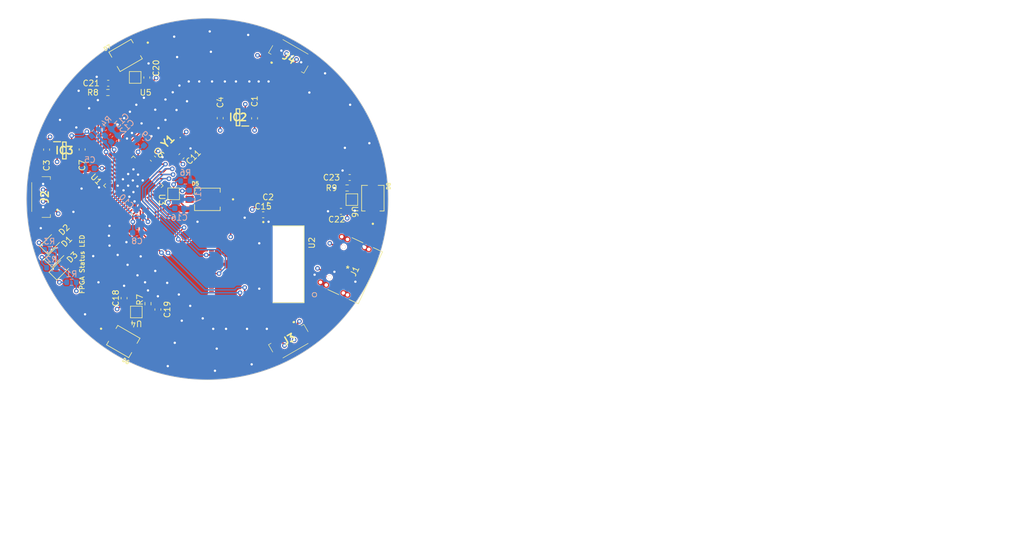
<source format=kicad_pcb>
(kicad_pcb (version 20211014) (generator pcbnew)
  (layers (0 "F.Cu" signal) (1 "In1.Cu" signal) (2 "In2.Cu" signal) (31 "B.Cu" signal) (34 "B.Paste" user) (35 "F.Paste" user) (36 "B.SilkS" user "B.Silkscreen") (37 "F.SilkS" user "F.Silkscreen") (38 "B.Mask" user) (39 "F.Mask" user) (44 "Edge.Cuts" user))
  (net 0 "")
  (net 1 "VCC")
  (net 2 "+3V3")
  (net 3 "+1V2")
  (net 4 "Net-(C12-Pad2)")
  (net 5 "AVSS1")
  (net 6 "unconnected-(D1-Pad1)")
  (net 7 "Net-(D1-Pad2)")
  (net 8 "Net-(D2-Pad1)")
  (net 9 "Net-(D2-Pad2)")
  (net 10 "Net-(D3-Pad1)")
  (net 11 "Net-(D3-Pad2)")
  (net 12 "FLASH_CS")
  (net 13 "FLASH_MISO")
  (net 14 "FLASH_MOSI")
  (net 15 "FLASH_CLK")
  (net 19 "/UART_RX")
  (net 20 "unconnected-(U1-Pad7)")
  (net 22 "/UART_TX")
  (net 23 "/S10_D")
  (net 24 "/S10_E")
  (net 25 "/S9_E")
  (net 26 "/S9_D")
  (net 27 "/S8_E")
  (net 28 "/S8_D")
  (net 29 "/S7_E")
  (net 30 "/S7_D")
  (net 31 "/S1_E")
  (net 32 "/S1_D")
  (net 33 "/S2_E")
  (net 34 "/S2_D")
  (net 35 "/S3_E")
  (net 36 "/S3_D")
  (net 37 "/S4_E")
  (net 38 "/S4_D")
  (net 39 "/S5_E")
  (net 40 "/S5_D")
  (net 41 "/CLK")
  (net 42 "/S6_E")
  (net 43 "/S6_D")
  (net 45 "Net-(C17-Pad1)")
  (net 46 "Net-(D5-PadA)")
  (net 47 "Net-(D5-PadC)")
  (net 48 "Net-(R6-Pad2)")
  (net 53 "Net-(C19-Pad1)")
  (net 54 "Net-(D6-PadA)")
  (net 55 "Net-(D6-PadC)")
  (net 56 "Net-(R7-Pad2)")
  (net 57 "Net-(C21-Pad1)")
  (net 58 "Net-(D7-PadA)")
  (net 59 "Net-(D7-PadC)")
  (net 60 "Net-(R8-Pad2)")
  (net 61 "Net-(C23-Pad1)")
  (net 62 "Net-(D8-PadA)")
  (net 63 "Net-(D8-PadC)")
  (net 64 "Net-(R9-Pad2)")
  (net 65 "unconnected-(U1-Pad6)")
  (net 69 "VBUS")
  (net 71 "/ESP32/USB_D+")
  (net 72 "/ESP32/USB_D-")
  (footprint "Library:USB4105-GF-A" (layer "F.Cu") (at 81.364862 110.046586 65)
    (fp_text reference "J1")
    (fp_text value "USB4105-GF-A")
  )
  (footprint "Library:DIO_BPW_34_S-Z" (layer "F.Cu") (at 42.958623 73.525 30)
    (fp_text reference "D7")
    (fp_text value "BPW_34_S-Z")
  )
  (footprint "LED_SMD:LED_0805_2012Metric_Pad1.15x1.40mm_HandSolder" (layer "F.Cu") (at 30.975216 107.924784 45)
    (fp_text reference "D1")
    (fp_text value "LED")
  )
  (footprint "Capacitor_SMD:C_0603_1608Metric" (layer "F.Cu") (at 47.651992 91.251992 -45)
    (fp_text reference "C6")
    (fp_text value "0.1u")
  )
  (footprint "Library:TS4231 WLCSP9" (layer "F.Cu") (at 81.8 98.3 -90)
    (fp_text reference "U6")
    (fp_text value "TS4231")
  )
  (footprint "Capacitor_SMD:C_0603_1608Metric" (layer "F.Cu") (at 46.6 77.325 90)
    (fp_text reference "C20")
    (fp_text value "100n")
  )
  (footprint "SamacSys_Parts:DSC1001CI50240000" (layer "F.Cu") (at 50.214214 88.270711 -135)
    (fp_text reference "Y1")
    (fp_text value "DSC1001CI5-024.0000" hide)
  )
  (footprint "SamacSys_Parts:123287020" (layer "F.Cu") (at 29.1 97.85 -90)
    (fp_text reference "J2")
    (fp_text value "1-2328702-0" hide)
  )
  (footprint "Package_DFN_QFN:QFN-48-1EP_7x7mm_P0.5mm_EP5.6x5.6mm" (layer "F.Cu") (at 44.3 95.9 135)
    (fp_text reference "U1")
    (fp_text value "ICE40UP5K-SG48ITR")
  )
  (footprint "Library:DIO_BPW_34_S-Z" (layer "F.Cu") (at 57 98.25)
    (fp_text reference "D5")
    (fp_text value "BPW_34_S-Z")
  )
  (footprint "Library:DIO_BPW_34_S-Z" (layer "F.Cu") (at 42.558623 122.675 150)
    (fp_text reference "D6")
    (fp_text value "BPW_34_S-Z")
  )
  (footprint "Capacitor_SMD:C_0603_1608Metric" (layer "F.Cu") (at 48.5 117.175 90)
    (fp_text reference "C19")
    (fp_text value "1u")
  )
  (footprint "Resistor_SMD:R_0603_1608Metric" (layer "F.Cu") (at 39.925 79.9)
    (fp_text reference "R8")
    (fp_text value "15k")
  )
  (footprint "Capacitor_SMD:C_0603_1608Metric" (layer "F.Cu") (at 29.4 89.7 -90)
    (fp_text reference "C3")
    (fp_text value "1u")
  )
  (footprint "SamacSys_Parts:SOT95P280X145-5N" (layer "F.Cu") (at 32.45 89.85)
    (fp_text reference "IC3")
    (fp_text value "TLV70312DBVR" hide)
  )
  (footprint "Capacitor_SMD:C_0603_1608Metric" (layer "F.Cu") (at 65.1 84.325 90)
    (fp_text reference "C1")
    (fp_text value "1u")
  )
  (footprint "Capacitor_SMD:C_0603_1608Metric" (layer "F.Cu") (at 59.2 84.3 90)
    (fp_text reference "C4")
    (fp_text value "1u")
  )
  (footprint "Library:XCVR_ESP32-C3-MINI-1-N4" (layer "F.Cu") (at 65.3 109.4 -90)
    (fp_text reference "U2")
    (fp_text value "ESP32-C3-MINI-1-N4")
  )
  (footprint "Library:DIO_BPW_34_S-Z" (layer "F.Cu") (at 85.4 98.05 -90)
    (fp_text reference "D8")
    (fp_text value "BPW_34_S-Z")
  )
  (footprint "SamacSys_Parts:SOT95P280X145-5N" (layer "F.Cu") (at 62.25 84.15 180)
    (fp_text reference "IC2")
    (fp_text value "TLV70330DBVR" hide)
  )
  (footprint "Resistor_SMD:R_0603_1608Metric" (layer "F.Cu") (at 80.975 96.3)
    (fp_text reference "R9")
    (fp_text value "15k")
  )
  (footprint "Capacitor_SMD:C_0603_1608Metric" (layer "F.Cu") (at 52.551992 90.848008 -135)
    (fp_text reference "C11")
    (fp_text value "0.1u")
  )
  (footprint "Capacitor_SMD:C_0603_1608Metric" (layer "F.Cu") (at 35.5 89.675 -90)
    (fp_text reference "C7")
    (fp_text value "1u")
  )
  (footprint "LED_SMD:LED_0805_2012Metric_Pad1.15x1.40mm_HandSolder" (layer "F.Cu") (at 30.224784 105.675216 45)
    (fp_text reference "D2")
    (fp_text value "LED")
  )
  (footprint "Capacitor_SMD:C_0603_1608Metric" (layer "F.Cu") (at 67.425 99.3)
    (fp_text reference "C2")
    (fp_text value "100n")
  )
  (footprint "Library:TS4231 WLCSP9" (layer "F.Cu") (at 51.2 97.3 -90)
    (fp_text reference "U3")
    (fp_text value "TS4231")
  )
  (footprint "Capacitor_SMD:C_0603_1608Metric" (layer "F.Cu") (at 66.575 100.9)
    (fp_text reference "C15")
    (fp_text value "10u")
  )
  (footprint "LED_SMD:LED_0805_2012Metric_Pad1.15x1.40mm_HandSolder" (layer "F.Cu") (at 31.8 110.124784 45)
    (fp_text reference "D3")
    (fp_text value "LED")
  )
  (footprint "SamacSys_Parts:123287020" (layer "F.Cu") (at 71 122.3 30)
    (fp_text reference "J3")
    (fp_text value "1-2328702-0" hide)
  )
  (footprint "Capacitor_SMD:C_0603_1608Metric" (layer "F.Cu") (at 79.925 100.3 180)
    (fp_text reference "C22")
    (fp_text value "100n")
  )
  (footprint "Resistor_SMD:R_0603_1608Metric" (layer "F.Cu") (at 46.8 116.175 -90)
    (fp_text reference "R7")
    (fp_text value "15k")
  )
  (footprint "Capacitor_SMD:C_0603_1608Metric" (layer "F.Cu") (at 39.975 78.3 180)
    (fp_text reference "C21")
    (fp_text value "1u")
  )
  (footprint "Library:TS4231 WLCSP9" (layer "F.Cu") (at 44.8 117.6 180)
    (fp_text reference "U4")
    (fp_text value "TS4231")
  )
  (footprint "Library:TS4231 WLCSP9" (layer "F.Cu") (at 44.6 77.3)
    (fp_text reference "U5")
    (fp_text value "TS4231")
  )
  (footprint "SamacSys_Parts:123287020" (layer "F.Cu") (at 71 74 150)
    (fp_text reference "J4")
    (fp_text value "1-2328702-0" hide)
  )
  (footprint "Capacitor_SMD:C_0603_1608Metric" (layer "F.Cu") (at 42.7 115.225 90)
    (fp_text reference "C18")
    (fp_text value "100n")
  )
  (footprint "Capacitor_SMD:C_0603_1608Metric" (layer "F.Cu") (at 81.425 94.5 180)
    (fp_text reference "C23")
    (fp_text value "1u")
  )
  (footprint "Resistor_SMD:R_0603_1608Metric" (layer "B.Cu") (at 53.225 95.1 180)
    (fp_text reference "R6")
    (fp_text value "15k")
  )
  (footprint "Resistor_SMD:R_0603_1608Metric" (layer "B.Cu") (at 30.225 110 180)
    (fp_text reference "R2")
    (fp_text value "220")
  )
  (footprint "Capacitor_SMD:C_0603_1608Metric" (layer "B.Cu") (at 36.825 92.9 180)
    (fp_text reference "C5")
    (fp_text value "0.1u")
  )
  (footprint "Capacitor_SMD:C_0603_1608Metric" (layer "B.Cu") (at 41.048008 87.851992 -135)
    (fp_text reference "C12")
    (fp_text value "10u")
  )
  (footprint "Capacitor_SMD:C_0603_1608Metric" (layer "B.Cu") (at 45.351992 100.651992 135)
    (fp_text reference "C10")
    (fp_text value "0.1u")
  )
  (footprint "Capacitor_SMD:C_0603_1608Metric" (layer "B.Cu") (at 44.925 104)
    (fp_text reference "C8")
    (fp_text value "0.1u")
  )
  (footprint "Resistor_SMD:R_0603_1608Metric" (layer "B.Cu") (at 33.675 112.5 180)
    (fp_text reference "R1")
    (fp_text value "220")
  )
  (footprint "Capacitor_SMD:C_0603_1608Metric" (layer "B.Cu") (at 39.948008 86.751992 -135)
    (fp_text reference "C13")
    (fp_text value "100n")
  )
  (footprint "Capacitor_SMD:C_0603_1608Metric" (layer "B.Cu") (at 53.9 97.475 -90)
    (fp_text reference "C17")
    (fp_text value "1u")
  )
  (footprint "Resistor_SMD:R_0603_1608Metric" (layer "B.Cu") (at 37.712653 86.787347 45)
    (fp_text reference "R4")
    (fp_text value "100")
  )
  (footprint "Capacitor_SMD:C_0603_1608Metric" (layer "B.Cu") (at 52.175 99.8)
    (fp_text reference "C16")
    (fp_text value "100n")
  )
  (footprint "Resistor_SMD:R_0603_1608Metric" (layer "B.Cu") (at 29.875 106.9 180)
    (fp_text reference "R3")
    (fp_text value "220")
  )
  (footprint "Capacitor_SMD:C_0603_1608Metric" (layer "B.Cu") (at 45.551992 88.451992 135)
    (fp_text reference "C9")
    (fp_text value "0.1u")
  )
  (gr_circle (center 57 98.2) (end 28.9 111.4) (layer "Edge.Cuts") (width 0.1) (fill none))
  (gr_text "FPGA Status LED\n" (at 35.5 109.4 90) (layer "F.SilkS") (effects (font (size 0.8 0.8))))
  (segment (start 65.1 85.1) (end 65.1 86.4) (width 0.25) (layer "F.Cu") (net 1))
  (segment (start 63.5 83.2) (end 63.5 81.9) (width 0.25) (layer "F.Cu") (net 1))
  (segment (start 63.5 85.1) (end 65.1 85.1) (width 0.25) (layer "F.Cu") (net 1))
  (segment (start 65.1 86.4) (end 65.1 86.5) (width 0.25) (layer "F.Cu") (net 1))
  (via (at 65.1 86.4) (size 0.8) (drill 0.4) (layers "F.Cu" "B.Cu") (net 1))
  (via (at 63.5 81.9) (size 0.8) (drill 0.4) (layers "F.Cu" "B.Cu") (net 1))
  (segment (start 81.3 98.8) (end 81.3 99.7) (width 0.25) (layer "F.Cu") (net 2))
  (segment (start 29.4 88.925) (end 29.4 88.1) (width 0.25) (layer "F.Cu") (net 2))
  (segment (start 40.985437 94.353204) (end 40.953204 94.353204) (width 0.25) (layer "F.Cu") (net 2))
  (segment (start 45.3 78.2) (end 46.5 78.2) (width 0.25) (layer "F.Cu") (net 2))
  (segment (start 44.2 100.861359) (end 44.2 102.1) (width 0.25) (layer "F.Cu") (net 2))
  (segment (start 47.707968 90.1) (end 48.4 90.1) (width 0.25) (layer "F.Cu") (net 2))
  (segment (start 65.754423 73.654423) (end 68.601443 73.654423) (width 0.25) (layer "F.Cu") (net 2))
  (segment (start 81.3 99.7) (end 80.7 100.3) (width 0.25) (layer "F.Cu") (net 2))
  (segment (start 66.65 100.05) (end 66.65 99.3) (width 0.25) (layer "F.Cu") (net 2))
  (segment (start 71.632532 75.404423) (end 72.3 74.2) (width 0.2) (layer "F.Cu") (net 2))
  (segment (start 30 98.6) (end 28.8 98.6) (width 0.25) (layer "F.Cu") (net 2))
  (segment (start 51.6 88.4) (end 53.341422 86.658578) (width 0.25) (layer "F.Cu") (net 2))
  (segment (start 45.1 77.8) (end 45.1 78) (width 0.25) (layer "F.Cu") (net 2))
  (segment (start 52.003984 91.403984) (end 52.8 92.2) (width 0.25) (layer "F.Cu") (net 2))
  (segment (start 69.467468 122.145577) (end 70.223864 123.376136) (width 0.25) (layer "F.Cu") (net 2))
  (segment (start 65.4 99.3) (end 64.7 100) (width 0.25) (layer "F.Cu") (net 2))
  (segment (start 61 85.1) (end 59.225 85.1) (width 0.25) (layer "F.Cu") (net 2))
  (segment (start 41.5 117.1) (end 41.6 117.1) (width 0.25) (layer "F.Cu") (net 2))
  (segment (start 66.65 99.3) (end 65.4 99.3) (width 0.25) (layer "F.Cu") (net 2))
  (segment (start 45.493243 92.231884) (end 47.021143 90.703984) (width 0.25) (layer "F.Cu") (net 2))
  (segment (start 41.6 117.1) (end 42.7 116) (width 0.25) (layer "F.Cu") (net 2))
  (segment (start 44.3 117.1) (end 43.8 117.1) (width 0.25) (layer "F.Cu") (net 2))
  (segment (start 46.5 78.2) (end 46.6 78.1) (width 0.25) (layer "F.Cu") (net 2))
  (segment (start 81 100.6) (end 80.7 100.3) (width 0.25) (layer "F.Cu") (net 2))
  (segment (start 81 101.5) (end 81 100.6) (width 0.25) (layer "F.Cu") (net 2))
  (segment (start 65 101.7) (end 65.8 100.9) (width 0.25) (layer "F.Cu") (net 2))
  (segment (start 40.953204 94.353204) (end 39.5 92.9) (width 0.25) (layer "F.Cu") (net 2))
  (segment (start 48.4 90.1) (end 48.55 89.95) (width 0.25) (layer "F.Cu") (net 2))
  (segment (start 50.3 98.8) (end 50.7 98.4) (width 0.25) (layer "F.Cu") (net 2))
  (segment (start 71.866667 122.333333) (end 71.9 122.4) (width 0.2) (layer "F.Cu") (net 2))
  (segment (start 71.4 121.4) (end 71.866667 122.333333) (width 0.2) (layer "F.Cu") (net 2))
  (segment (start 31.4 100.7) (end 30.8 100.1) (width 0.25) (layer "F.Cu") (net 2))
  (segment (start 47.5 78.1) (end 46.6 78.1) (width 0.25) (layer "F.Cu") (net 2))
  (segment (start 72.498557 119.501443) (end 72.8 119.2) (width 0.25) (layer "F.Cu") (net 2))
  (segment (start 48.2 77.4) (end 47.5 78.1) (width 0.25) (layer "F.Cu") (net 2))
  (segment (start 69.900481 74.404423) (end 70.6 73.2) (width 0.2) (layer "F.Cu") (net 2))
  (segment (start 43.8 117.1) (end 42.7 116) (width 0.25) (layer "F.Cu") (net 2))
  (segment (start 71.199519 121.199519) (end 71.4 121.4) (width 0.2) (layer "F.Cu") (net 2))
  (segment (start 47.021143 90.703984) (end 47.103984 90.703984) (width 0.25) (layer "F.Cu") (net 2))
  (segment (start 30 96.6) (end 28.8 96.6) (width 0.25) (layer "F.Cu") (net 2))
  (segment (start 31.175 88.925) (end 31.2 88.9) (width 0.25) (layer "F.Cu") (net 2))
  (segment (start 45.1 91.210913) (end 44.786136 91.524777) (width 0.25) (layer "F.Cu") (net 2))
  (segment (start 52.003984 91.396016) (end 52.003984 91.403984) (width 0.25) (layer "F.Cu") (net 2))
  (segment (start 65.6 73.5) (end 65.754423 73.654423) (width 0.25) (layer "F.Cu") (net 2))
  (segment (start 65 101.7) (end 65 103.5) (width 0.25) (layer "F.Cu") (net 2))
  (segment (start 29.4 88.1) (end 30 87.5) (width 0.25) (layer "F.Cu") (net 2))
  (segment (start 45.1 90.1) (end 45.1 91.210913) (width 0.25) (layer "F.Cu") (net 2))
  (segment (start 50.256497 89.743503) (end 51.6 88.4) (width 0.25) (layer "F.Cu") (net 2))
  (segment (start 59.2 85.075) (end 59.2 86.4) (width 0.25) (layer "F.Cu") (net 2))
  (segment (start 65.8 100.9) (end 66.65 100.05) (width 0.25) (layer "F.Cu") (net 2))
  (segment (start 44.786136 100.275223) (end 44.2 100.861359) (width 0.25) (layer "F.Cu") (net 2))
  (segment (start 71.199519 121.145577) (end 71.199519 121.199519) (width 0.2) (layer "F.Cu") (net 2))
  (segment (start 29.4 88.925) (end 31.175 88.925) (width 0.25) (layer "F.Cu") (net 2))
  (segment (start 61 103.5) (end 61 104.7) (width 0.25) (layer "F.Cu") (net 2))
  (segment (start 30.8 100.1) (end 30 100.1) (width 0.25) (layer "F.Cu") (net 2))
  (segment (start 72.3 74.2) (end 71.7 75.3) (width 0.2) (layer "F.Cu") (net 2))
  (segment (start 39.5 92.9) (end 38.9 92.9) (width 0.25) (layer "F.Cu") (net 2))
  (segment (start 45.1 78) (end 45.3 78.2) (width 0.25) (layer "F.Cu") (net 2))
  (segment (start 50.7 98.4) (end 50.7 97.8) (width 0.25) (layer "F.Cu") (net 2))
  (segment (start 70.3 123.5) (end 69.5 122.2) (width 0.25) (layer "F.Cu") (net 2))
  (segment (start 52.04458 91.531586) (end 50.256497 89.743503) (width 0.25) (layer "F.Cu") (net 2))
  (segment (start 31.2 90.8) (end 31.2 91.8) (width 0.25) (layer "F.Cu") (net 2))
  (segment (start 59.225 85.1) (end 59.2 85.075) (width 0.25) (layer "F.Cu") (net 2))
  (segment (start 70.223864 123.376136) (end 70.3 123.5) (width 0.25) (layer "F.Cu") (net 2))
  (segment (start 72.498557 120.395577) (end 72.498557 119.501443) (width 0.25) (layer "F.Cu") (net 2))
  (segment (start 47.103984 90.703984) (end 47.707968 90.1) (width 0.25) (layer "F.Cu") (net 2))
  (via (at 45.1 90.1) (size 0.8) (drill 0.4) (layers "F.Cu" "B.Cu") (net 2))
  (via (at 48.55 89.95) (size 0.8) (drill 0.4) (layers "F.Cu" "B.Cu") (net 2))
  (via (at 48.2 77.4) (size 0.8) (drill 0.4) (layers "F.Cu" "B.Cu") (net 2))
  (via (at 59.2 86.4) (size 0.8) (drill 0.4) (layers "F.Cu" "B.Cu") (net 2))
  (via (at 41.5 117.1) (size 0.8) (drill 0.4) (layers "F.Cu" "B.Cu") (net 2))
  (via (at 31.2 91.8) (size 0.8) (drill 0.4) (layers "F.Cu" "B.Cu") (net 2))
  (via (at 28.8 96.6) (size 0.8) (drill 0.4) (layers "F.Cu" "B.Cu") (net 2))
  (via (at 70.6 73.2) (size 0.8) (drill 0.4) (layers "F.Cu" "B.Cu") (net 2))
  (via (at 71.9 122.4) (size 0.8) (drill 0.4) (layers "F.Cu" "B.Cu") (net 2))
  (via (at 72.3 74.2) (size 0.8) (drill 0.4) (layers "F.Cu" "B.Cu") (net 2))
  (via (at 61 104.7) (size 0.8) (drill 0.4) (layers "F.Cu" "B.Cu") (net 2))
  (via (at 28.8 98.6) (size 0.8) (drill 0.4) (layers "F.Cu" "B.Cu") (net 2))
  (via (at 44.2 102.1) (size 0.8) (drill 0.4) (layers "F.Cu" "B.Cu") (net 2))
  (via (at 34.5 114) (size 0.8) (drill 0.4) (layers "F.Cu" "B.Cu") (net 2))
  (via (at 64.7 100) (size 0.8) (drill 0.4) (layers "F.Cu" "B.Cu") (net 2))
  (via (at 31.4 100.7) (size 0.8) (drill 0.4) (layers "F.Cu" "B.Cu") (net 2))
  (via (at 81 101.5) (size 0.8) (drill 0.4) (layers "F.Cu" "B.Cu") (net 2))
  (via (at 30 87.5) (size 0.8) (drill 0.4) (layers "F.Cu" "B.Cu") (net 2))
  (via (at 38.9 92.9) (size 0.8) (drill 0.4) (layers "F.Cu" "B.Cu") (net 2))
  (via (at 70.223864 123.376136) (size 0.8) (drill 0.4) (layers "F.Cu" "B.Cu") (net 2))
  (via (at 72.8 119.2) (size 0.8) (drill 0.4) (layers "F.Cu" "B.Cu") (net 2))
  (via (at 53.371572 86.658578) (size 0.8) (drill 0.4) (layers "F.Cu" "B.Cu") (net 2))
  (via (at 65.6 73.5) (size 0.8) (drill 0.4) (layers "F.Cu" "B.Cu") (net 2))
  (via (at 50.3 98.8) (size 0.8) (drill 0.4) (layers "F.Cu" "B.Cu") (net 2))
  (via (at 52.8 92.2) (size 0.8) (drill 0.4) (layers "F.Cu" "B.Cu") (net 2))
  (segment (start 31.05 110) (end 32 110) (width 0.25) (layer "B.Cu") (net 2))
  (segment (start 32 110) (end 34.5 112.5) (width 0.25) (layer "B.Cu") (net 2))
  (segment (start 50.6 99.8) (end 51.4 99.8) (width 0.25) (layer "B.Cu") (net 2))
  (segment (start 34.5 114) (end 34.5 112.5) (width 0.25) (layer "B.Cu") (net 2))
  (segment (start 45.1 90) (end 46.1 89) (width 0.25) (layer "B.Cu") (net 2))
  (segment (start 45.1 90.1) (end 45.1 90) (width 0.25) (layer "B.Cu") (net 2))
  (segment (start 38.9 92.9) (end 37.6 92.9) (width 0.25) (layer "B.Cu") (net 2))
  (segment (start 50.3 98.8) (end 50.3 99.5) (width 0.25) (layer "B.Cu") (net 2))
  (segment (start 44.2 103.95) (end 44.15 104) (width 0.25) (layer "B.Cu") (net 2))
  (segment (start 30.7 106.9) (end 31.05 107.25) (width 0.25) (layer "B.Cu") (net 2))
  (segment (start 31.05 107.25) (end 31.05 110) (width 0.25) (layer "B.Cu") (net 2))
  (segment (start 44.2 102.1) (end 44.2 103.95) (width 0.25) (layer "B.Cu") (net 2))
  (segment (start 50.3 99.5) (end 50.6 99.8) (width 0.25) (layer "B.Cu") (net 2))
  (segment (start 46.8 102.1) (end 46.8 99.5) (width 0.25) (layer "F.Cu") (net 3))
  (segment (start 46.8 99.5) (end 46.200349 98.900349) (width 0.25) (layer "F.Cu") (net 3))
  (segment (start 39.6 90.846447) (end 39.6 90.1) (width 0.25) (layer "F.Cu") (net 3))
  (segment (start 33.7 88.9) (end 33.7 87.3) (width 0.25) (layer "F.Cu") (net 3))
  (segment (start 42.046097 93.292544) (end 39.6 90.846447) (width 0.25) (layer "F.Cu") (net 3))
  (segment (start 46.200349 98.900349) (end 46.200349 98.86101) (width 0.25) (layer "F.Cu") (net 3))
  (segment (start 33.7 88.9) (end 35.5 88.9) (width 0.25) (layer "F.Cu") (net 3))
  (via (at 46.8 102.1) (size 0.8) (drill 0.4) (layers "F.Cu" "B.Cu") (net 3))
  (via (at 36.3 86.6) (size 0.8) (drill 0.4) (layers "F.Cu" "B.Cu") (net 3))
  (via (at 33.7 87.3) (size 0.8) (drill 0.4) (layers "F.Cu" "B.Cu") (net 3))
  (via (at 39.6 90.1) (size 0.8) (drill 0.4) (layers "F.Cu" "B.Cu") (net 3))
  (segment (start 37.495324 87.37071) (end 37.12929 87.37071) (width 0.25) (layer "B.Cu") (net 3))
  (segment (start 39.6 90.1) (end 39.6 89.475386) (width 0.25) (layer "B.Cu") (net 3))
  (segment (start 36.35858 86.6) (end 37.12929 87.37071) (width 0.25) (layer "B.Cu") (net 3))
  (segment (start 44.5 101.2) (end 40.875489 97.575489) (width 0.25) (layer "B.Cu") (net 3))
  (segment (start 40.875489 97.575489) (end 40.875489 91.375489) (width 0.25) (layer "B.Cu") (net 3))
  (segment (start 39.6 89.475386) (end 37.495324 87.37071) (width 0.25) (layer "B.Cu") (net 3))
  (segment (start 33.7 87.3) (end 35.6 87.3) (width 0.25) (layer "B.Cu") (net 3))
  (segment (start 45.9 101.2) (end 44.5 101.2) (width 0.25) (layer "B.Cu") (net 3))
  (segment (start 40.875489 91.375489) (end 39.6 90.1) (width 0.25) (layer "B.Cu") (net 3))
  (segment (start 36.3 86.6) (end 36.35858 86.6) (width 0.25) (layer "B.Cu") (net 3))
  (segment (start 35.6 87.3) (end 36.3 86.6) (width 0.25) (layer "B.Cu") (net 3))
  (segment (start 46.8 102.1) (end 45.9 101.2) (width 0.25) (layer "B.Cu") (net 3))
  (segment (start 41 89.7) (end 41 91.539339) (width 0.25) (layer "F.Cu") (net 4))
  (segment (start 41 91.539339) (end 42.399651 92.93899) (width 0.25) (layer "F.Cu") (net 4))
  (via (at 41 89.7) (size 0.8) (drill 0.4) (layers "F.Cu" "B.Cu") (net 4))
  (segment (start 38.296016 86.203984) (end 38.303984 86.203984) (width 0.25) (layer "B.Cu") (net 4))
  (segment (start 40.5 89.2) (end 40.5 88.4) (width 0.25) (layer "B.Cu") (net 4))
  (segment (start 41 89.7) (end 40.5 89.2) (width 0.25) (layer "B.Cu") (net 4))
  (segment (start 38.303984 86.203984) (end 40.5 88.4) (width 0.25) (layer "B.Cu") (net 4))
  (segment (start 64.575 105.825) (end 64.6 105.8) (width 0.25) (layer "F.Cu") (net 5))
  (segment (start 63.5 84.15) (end 64.5 84.15) (width 0.25) (layer "F.Cu") (net 5))
  (segment (start 66.2 107.8) (end 67.5 107.8) (width 0.25) (layer "F.Cu") (net 5))
  (segment (start 30 99.6) (end 28.8 99.6) (width 0.25) (layer "F.Cu") (net 5))
  (segment (start 48.05 82.85) (end 48.9 82) (width 0.25) (layer "F.Cu") (net 5))
  (segment (start 42.7 113.1) (end 42.7 112.9) (width 0.25) (layer "F.Cu") (net 5))
  (segment (start 62.6 107.425) (end 64.575 107.425) (width 0.25) (layer "F.Cu") (net 5))
  (segment (start 45.7 85.2) (end 48.05 82.85) (width 0.25) (layer "F.Cu") (net 5))
  (segment (start 57.8 78) (end 60 78) (width 0.25) (layer "F.Cu") (net 5))
  (segment (start 53.8 78) (end 55.6 78) (width 0.25) (layer "F.Cu") (net 5))
  (segment (start 54.05 116.55) (end 56.2 118.7) (width 0.25) (layer "F.Cu") (net 5))
  (segment (start 80.65 94.5) (end 80.65 93.75) (width 0.25) (layer "F.Cu") (net 5))
  (segment (start 65.825 107.425) (end 66.2 107.8) (width 0.25) (layer "F.Cu") (net 5))
  (segment (start 48.5 116.4) (end 48.5 114.9) (width 0.25) (layer "F.Cu") (net 5))
  (segment (start 39.2 78.3) (end 39.1 78.3) (width 0.25) (layer "F.Cu") (net 5))
  (segment (start 43.2 117.6) (end 43 117.4) (width 0.25) (layer "F.Cu") (net 5))
  (segment (start 60 78) (end 61.9 78) (width 0.25) (layer "F.Cu") (net 5))
  (segment (start 82.3 100.2) (end 81.8 99.7) (width 0.25) (layer "F.Cu") (net 5))
  (segment (start 49.8 81.1) (end 51.05 79.85) (width 0.25) (layer "F.Cu") (net 5))
  (segment (start 79.15 100.3) (end 77.7 100.3) (width 0.25) (layer "F.Cu") (net 5))
  (segment (start 58 120.5) (end 60.2 120.5) (width 0.25) (layer "F.Cu") (net 5))
  (segment (start 46.6 75.2) (end 46.9 74.9) (width 0.25) (layer "F.Cu") (net 5))
  (segment (start 45.7 85.2) (end 44.05 86.85) (width 0.25) (layer "F.Cu") (net 5))
  (segment (start 64.575 107.425) (end 64.575 105.825) (width 0.25) (layer "F.Cu") (net 5))
  (segment (start 73.1 74.7) (end 73.1 75.30298) (width 0.2) (layer "F.Cu") (net 5))
  (segment (start 64.6 105.8) (end 65.9 105.8) (width 0.25) (layer "F.Cu") (net 5))
  (segment (start 39.1 78.3) (end 38 77.2) (width 0.25) (layer "F.Cu") (net 5))
  (segment (start 44.8 117.6) (end 43.2 117.6) (width 0.25) (layer "F.Cu") (net 5))
  (segment (start 73.1 75.30298) (end 72.498557 75.904423) (width 0.2) (layer "F.Cu") (net 5))
  (segment (start 48.05 110.55) (end 45.55 108.05) (width 0.25) (layer "F.Cu") (net 5))
  (segment (start 30 97.6) (end 28.8 97.6) (width 0.25) (layer "F.Cu") (net 5))
  (segment (start 51.2 98.4) (end 51.6 98.8) (width 0.25) (layer "F.Cu") (net 5))
  (segment (start 63.8 120.5) (end 67.2 120.5) (width 0.25) (layer "F.Cu") (net 5))
  (segment (start 69.034456 73.904423) (end 69.7 72.7) (width 0.2) (layer "F.Cu") (net 5))
  (segment (start 51.6 98.8) (end 51.6 98.9) (width 0.25) (layer "F.Cu") (net 5))
  (segment (start 42.7 114.45) (end 42.7 113.1) (width 0.25) (layer "F.Cu") (net 5))
  (segment (start 61.9 78) (end 64.2 78) (width 0.25) (layer "F.Cu") (net 5))
  (segment (start 67.2 120.5) (end 67.5 120.5) (width 0.25) (layer "F.Cu") (net 5))
  (segment (start 42.7 112.9) (end 42.5 112.7) (width 0.25) (layer "F.Cu") (net 5))
  (segment (start 72.8 121.9) (end 72.2 120.8) (width 0.2) (layer "F.Cu") (net 5))
  (segment (start 52.9 78) (end 53.8 78) (width 0.25) (layer "F.Cu") (net 5))
  (segment (start 81.8 99.7) (end 81.8 98.3) (width 0.25) (layer "F.Cu") (net 5))
  (segment (start 50.1 112.6) (end 48.05 110.55) (width 0.25) (layer "F.Cu") (net 5))
  (segment (start 51.2 97.3) (end 51.2 98.4) (width 0.25) (layer "F.Cu") (net 5))
  (segment (start 60.2 120.5) (end 63.8 120.5) (width 0.25) (layer "F.Cu") (net 5))
  (segment (start 39.1 79.9) (end 38.2 80.8) (width 0.25) (layer "F.Cu") (net 5))
  (segment (start 30 95.6) (end 28.8 95.6) (width 0.25) (layer "F.Cu") (net 5))
  (segment (start 46.8 115.35) (end 46.8 113.9) (width 0.25) (layer "F.Cu") (net 5))
  (segment (start 52.1 114.6) (end 54.05 116.55) (width 0.25) (layer "F.Cu") (net 5))
  (segment (start 64.575 107.425) (end 65.825 107.425) (width 0.25) (layer "F.Cu") (net 5))
  (segment (start 65.8 78) (end 67.5 78) (width 0.25) (layer "F.Cu") (net 5))
  (segment (start 72.065544 120.645577) (end 72.8 121.9) (width 0.2) (layer "F.Cu") (net 5))
  (segment (start 50.1 112.6) (end 52.1 114.6) (width 0.25) (layer "F.Cu") (net 5))
  (segment (start 48.9 82) (end 49.8 81.1) (width 0.25) (layer "F.Cu") (net 5))
  (segment (start 43.2 87.7) (end 43.2 87.8) (width 0.25) (layer "F.Cu") (net 5))
  (segment (start 44.05 86.85) (end 43.2 87.7) (width 0.25) (layer "F.Cu") (net 5))
  (segment (start 70.766506 74.904423) (end 70.9 74.732112) (width 0.2) (layer "F.Cu") (net 5))
  (segment (start 52.2 78.7) (end 52.9 78) (width 0.25) (layer "F.Cu") (net 5))
  (segment (start 56.2 118.7) (end 58 120.5) (width 0.25) (layer "F.Cu") (net 5))
  (segment (start 45.85 77.3) (end 46.6 76.55) (width 0.25) (layer "F.Cu") (net 5))
  (segment (start 51.05 79.85) (end 52.2 78.7) (width 0.25) (layer "F.Cu") (net 5))
  (segment (start 70.9 74.732112) (end 71.5 73.7) (width 0.2) (layer "F.Cu") (net 5))
  (segment (start 38.2 80.8) (end 38.2 81.2) (width 0.25) (layer "F.Cu") (net 5))
  (segment (start 55.6 78) (end 57.8 78) (width 0.25) (layer "F.Cu") (net 5))
  (segment (start 44.6 77.3) (end 45.85 77.3) (width 0.25) (layer "F.Cu") (net 5))
  (segment (start 64.2 78) (end 65.8 78) (width 0.25) (layer "F.Cu") (net 5))
  (segment (start 46.6 76.55) (end 46.6 75.2) (width 0.25) (layer "F.Cu") (net 5))
  (segment (start 64.5 84.15) (end 65.1 83.55) (width 0.25) (layer "F.Cu") (net 5))
  (segment (start 80.65 93.75) (end 80.2 93.3) (width 0.25) (layer "F.Cu") (net 5))
  (segment (start 80.15 96.3) (end 78.8 96.3) (width 0.25) (layer "F.Cu") (net 5))
  (segment (start 70.333494 121.645577) (end 70.333494 121.733494) (width 0.2) (layer "F.Cu") (net 5))
  (via (at 42.5 94.8) (size 0.8) (drill 0.4) (layers "F.Cu" "B.Cu") (net 5))
  (via (at 40.2 106.2) (size 0.8) (drill 0.4) (layers "F.Cu" "B.Cu") (net 5))
  (via (at 41.6 107.8) (size 0.8) (drill 0.4) (layers "F.Cu" "B.Cu") (net 5))
  (via (at 44.05 86.85) (size 0.8) (drill 0.4) (layers "F.Cu" "B.Cu") (net 5))
  (via (at 28.4 103.2) (size 0.8) (drill 0.4) (layers "F.Cu" "B.Cu") (net 5))
  (via (at 42.7 113.1) (size 0.8) (drill 0.4) (layers "F.Cu" "B.Cu") (net 5))
  (via (at 56.2 118.7) (size 0.8) (drill 0.4) (layers "F.Cu" "B.Cu") (net 5))
  (via (at 51.3 70.3) (size 0.8) (drill 0.4) (layers "F.Cu" "B.Cu") (net 5))
  (via (at 58.6 123.9) (size 0.8) (drill 0.4) (layers "F.Cu" "B.Cu") (net 5))
  (via (at 50.1 112.6) (size 0.8) (drill 0.4) (layers "F.Cu" "B.Cu") (net 5))
  (via (at 52.2 78.7) (size 0.8) (drill 0.4) (layers "F.Cu" "B.Cu") (net 5))
  (via (at 34.5 85.9) (size 0.8) (drill 0.4) (layers "F.Cu" "B.Cu") (net 5))
  (via (at 58 120.5) (size 0.8) (drill 0.4) (layers "F.Cu" "B.Cu") (net 5))
  (via (at 77.7 100.3) (size 0.8) (drill 0.4) (layers "F.Cu" "B.Cu") (net 5))
  (via (at 53.5 81.4) (size 0.8) (drill 0.4) (layers "F.Cu" "B.Cu") (net 5))
  (via (at 50.2 126.9) (size 0.8) (drill 0.4) (layers "F.Cu" "B.Cu") (net 5))
  (via (at 45 111.3) (size 0.8) (drill 0.4) (layers "F.Cu" "B.Cu") (net 5))
  (via (at 55.6 78) (size 0.8) (drill 0.4) (layers "F.Cu" "B.Cu") (net 5))
  (via (at 52.1 114.6) (size 0.8) (drill 0.4) (layers "F.Cu" "B.Cu") (net 5))
  (via (at 43.2 87.8) (size 0.8) (drill 0.4) (layers "F.Cu" "B.Cu") (net 5))
  (via (at 60.2 120.5) (size 0.8) (drill 0.4) (layers "F.Cu" "B.Cu") (net 5))
  (via (at 82.3 100.2) (size 0.8) (drill 0.4) (layers "F.Cu" "B.Cu") (net 5))
  (via (at 67.5 102.1) (size 0.8) (drill 0.4) (layers "F.Cu" "B.Cu") (net 5))
  (via (at 65.9 113.6) (size 0.8) (drill 0.4) (layers "F.Cu" "B.Cu") (net 5))
  (via (at 44.8 82) (size 0.8) (drill 0.4) (layers "F.Cu" "B.Cu") (net 5))
  (via (at 67.5 78) (size 0.8) (drill 0.4) (layers "F.Cu" "B.Cu") (net 5))
  (via (at 54.05 116.55) (size 0.8) (drill 0.4) (layers "F.Cu" "B.Cu") (net 5))
  (via (at 45 96) (size 0.8) (drill 0.4) (layers "F.Cu" "B.Cu") (net 5))
  (via (at 43.1 105.6) (size 0.8) (drill 0.4) (layers "F.Cu" "B.Cu") (net 5))
  (via (at 40.1 104.5) (size 0.8) (drill 0.4) (layers "F.Cu" "B.Cu") (net 5))
  (via (at 40.2 102.8) (size 0.8) (drill 0.4) (layers "F.Cu" "B.Cu") (net 5))
  (via (at 52.6 119.1) (size 0.8) (drill 0.4) (layers "F.Cu" "B.Cu") (net 5))
  (via (at 45.1 94) (size 0.8) (drill 0.4) (layers "F.Cu" "B.Cu") (net 5))
  (via (at 83.8 106.3) (size 0.8) (drill 0.4) (layers "F.Cu" "B.Cu") (net 5))
  (via (at 42.7 84.3) (size 0.8) (drill 0.4) (layers "F.Cu" "B.Cu") (net 5))
  (via (at 34.9 79.6) (size 0.8) (drill 0.4) (layers "F.Cu" "B.Cu") (net 5))
  (via (at 38.2 81.2) (size 0.8) (drill 0.4) (layers "F.Cu" "B.Cu") (net 5))
  (via (at 74.5 79.9) (size 0.8) (drill 0.4) (layers "F.Cu" "B.Cu") (net 5))
  (via (at 64 70) (size 0.8) (drill 0.4) (layers "F.Cu" "B.Cu") (net 5))
  (via (at 80.6 89.4) (size 0.8) (drill 0.4) (layers "F.Cu" "B.Cu") (net 5))
  (via (at 35.4 96.4) (size 0.8) (drill 0.4) (layers "F.Cu" "B.Cu") (net 5))
  (via (at 73.1 74.7) (size 0.8) (drill 0.4) (layers "F.Cu" "B.Cu") (net 5))
  (via (at 41.599989 95.9) (size 0.8) (drill 0.4) (layers "F.Cu" "B.Cu") (net 5))
  (via (at 75.4 111.2) (size 0.8) (drill 0.4) (layers "F.Cu" "B.Cu") (net 5))
  (via (at 46.1 80.8) (size 0.8) (drill 0.4) (layers "F.Cu" "B.Cu") (net 5))
  (via (at 46.3 112.5) (size 0.8) (drill 0.4) (layers "F.Cu" "B.Cu") (net 5))
  (via (at 36 118) (size 0.8) (drill 0.4) (layers "F.Cu" "B.Cu") (net 5))
  (via (at 37.4 108) (size 0.8) (drill 0.4) (layers "F.Cu" "B.Cu") (net 5))
  (via (at 80.2 93.3) (size 0.8) (drill 0.4) (layers "F.Cu" "B.Cu") (net 5))
  (via (at 43.4 93.9) (size 0.8) (drill 0.4) (layers "F.Cu" "B.Cu") (net 5))
  (via (at 82.4 112.4) (size 0.8) (drill 0.4) (layers "F.Cu" "B.Cu") (net 5))
  (via (at 28.8 99.6) (size 0.8) (drill 0.4) (layers "F.Cu" "B.Cu") (net 5))
  (via (at 57.6 72.9) (size 0.8) (drill 0.4) (layers "F.Cu" "B.Cu") (net 5))
  (via (at 58.3 127.7) (size 0.8) (drill 0.4) (layers "F.Cu" "B.Cu") (net 5))
  (via (at 43.3 109.5) (size 0.8) (drill 0.4) (layers "F.Cu" "B.Cu") (net 5))
  (via (at 46.8 113.9) (size 0.8) (drill 0.4) (layers "F.Cu" "B.Cu") (net 5))
  (via (at 48.5 114.9) (size 0.8) (drill 0.4) (layers "F.Cu" "B.Cu") (net 5))
  (via (at 84.8 88.6) (size 0.8) (drill 0.4) (layers "F.Cu" "B.Cu") (net 5))
  (via (at 42.6 96.7) (size 0.8) (drill 0.4) (layers "F.Cu" "B.Cu") (net 5))
  (via (at 44.2 95) (size 0.8) (drill 0.4) (layers "F.Cu" "B.Cu") (net 5))
  (via (at 48.6 86) (size 0.8) (drill 0.4) (layers "F.Cu" "B.Cu") (net 5))
  (via (at 45.9 95) (size 0.8) (drill 0.4) (layers "F.Cu" "B.Cu") (net 5))
  (via (at 45.7 85.2) (size 0.8) (drill 0.4) (layers "F.Cu" "B.Cu") (net 5))
  (via (at 44.5 98.6) (size 0.8) (drill 0.4) (layers "F.Cu" "B.Cu") (net 5))
  (via (at 43.7 83.2) (size 0.8) (drill 0.4) (layers "F.Cu" "B.Cu") (net 5))
  (via (at 78.8 96.3) (size 0.8) (drill 0.4) (layers "F.Cu" "B.Cu") (net 5))
  (via (at 43.6 97.8) (size 0.8) (drill 0.4) (layers "F.Cu" "B.Cu") (net 5))
  (via (at 57.4 69.4) (size 0.8) (drill 0.4) (layers "F.Cu" "B.Cu") (net 5))
  (via (at 44.3 97) (size 0.8) (drill 0.4) (layers "F.Cu" "B.Cu") (net 5))
  (via (at 51.05 79.85) (size 0.8) (drill 0.4) (layers "F.Cu" "B.Cu") (net 5))
  (via (at 55.3 102.1) (size 0.8) (drill 0.4) (layers "F.Cu" "B.Cu") (net 5))
  (via (at 65.8 78) (size 0.8) (drill 0.4) (layers "F.Cu" "B.Cu") (net 5))
  (via (at 57.8 78) (size 0.8) (drill 0.4) (layers "F.Cu" "B.Cu") (net 5))
  (via (at 38.3 112.5) (size 0.8) (drill 0.4) (layers "F.Cu" "B.Cu") (net 5))
  (via (at 49.8 84.6) (size 0.8) (drill 0.4) (layers "F.Cu" "B.Cu") (net 5))
  (via (at 28.8 97.6) (size 0.8) (drill 0.4) (layers "F.Cu" "B.Cu") (net 5))
  (via (at 38 77.2) (size 0.8) (drill 0.4) (layers "F.Cu" "B.Cu") (net 5))
  (via (at 41.6 85.4) (size 0.8) (drill 0.4) (layers "F.Cu" "B.Cu") (net 5))
  (via (at 65.9 105.8) (size 0.8) (drill 0.4) (layers "F.Cu" "B.Cu") (net 5))
  (via (at 44.3 93.1) (size 0.8) (drill 0.4) (layers "F.Cu" "B.Cu") (net 5))
  (via (at 53.8 78) (size 0.8) (drill 0.4) (layers "F.Cu" "B.Cu") (net 5))
  (via (at 51.7 82.9) (size 0.8) (drill 0.4) (layers "F.Cu" "B.Cu") (net 5))
  (via (at 47.4 87.4) (size 0.8) (drill 0.4) (layers "F.Cu" "B.Cu") (net 5))
  (via (at 36.7 82.6) (size 0.8) (drill 0.4) (layers "F.Cu" "B.Cu") (net 5))
  (via (at 61.9 78) (size 0.8) (drill 0.4) (layers "F.Cu" "B.Cu") (net 5))
  (via (at 38.4 96.2) (size 0.8) (drill 0.4) (layers "F.Cu" "B.Cu") (net 5))
  (via (at 81.5 82) (size 0.8) (drill 0.4) (layers "F.Cu" "B.Cu") (net 5))
  (via (at 78.8 110.7) (size 0.8) (drill 0.4) (layers "F.Cu" "B.Cu") (net 5))
  (via (at 64.6 126.6) (size 0.8) (drill 0.4) (layers "F.Cu" "B.Cu") (net 5))
  (via (at 67.2 120.5) (size 0.8) (drill 0.4) (layers "F.Cu" "B.Cu") (net 5))
  (via (at 63.4 101.4) (size 0.8) (drill 0.4) (layers "F.Cu" "B.Cu") (net 5))
  (via (at 45.55 108.05) (size 0.8) (drill 0.4) (layers "F.Cu" "B.Cu") (net 5))
  (via (at 31.7 84.6) (size 0.8) (drill 0.4) (layers "F.Cu" "B.Cu") (net 5))
  (via (at 64.2 78) (size 0.8) (drill 0.4) (layers "F.Cu" "B.Cu") (net 5))
  (via (at 46.9 74.9) (size 0.8) (drill 0.4) (layers "F.Cu" "B.Cu") (net 5))
  (via (at 34 100.4) (size 0.8) (drill 0.4) (layers "F.Cu" "B.Cu") (net 5))
  (via (at 63.8 120.5) (size 0.8) (drill 0.4) (layers "F.Cu" "B.Cu") (net 5))
  (via (at 60 78) (size 0.8) (drill 0.4) (layers "F.Cu" "B.Cu") (net 5))
  (via (at 48.05 82.85) (size 0.8) (drill 0.4) (layers "F.Cu" "B.Cu") (net 5))
  (via (at 51.8 73.8) (size 0.8) (drill 0.4) (layers "F.Cu" "B.Cu") (net 5))
  (via (at 49.8 81.1) (size 0.8) (drill 0.4) (layers "F.Cu" "B.Cu") (net 5))
  (via (at 43.4 95.9) (size 0.8) (drill 0.4) (layers "F.Cu" "B.Cu") (net 5))
  (via (at 49.3 91) (size 0.8) (drill 0.4) (layers "F.Cu" "B.Cu") (net 5))
  (via (at 48.05 110.55) (size 0.8) (drill 0.4) (layers "F.Cu" "B.Cu") (net 5))
  (via (at 69.7 72.7) (size 0.8) (drill 0.4) (layers "F.Cu" "B.Cu") (net 5))
  (via (at 51.4 122.9) (size 0.8) (drill 0.4) (layers "F.Cu" "B.Cu") (net 5))
  (via (at 77.2 76.6) (size 0.8) (drill 0.4) (layers "F.Cu" "B.Cu") (net 5))
  (via (at 71.5 73.7) (size 0.8) (drill 0.4) (layers "F.Cu" "B.Cu") (net 5))
  (via (at 54.1 89.5) (size 0.8) (drill 0.4) (layers "F.Cu" "B.Cu") (net 5))
  (via (at 28.8 95.6) (size 0.8) (drill 0.4) (layers "F.Cu" "B.Cu") (net 5))
  (segment (start 45.025 107.725) (end 44.85 107.9) (width 0.25) (layer "B.Cu") (net 5))
  (segment (start 45.7 104) (end 46.3 104) (width 0.25) (layer "B.Cu") (net 5))
  (segment (start 46.8 113.9) (end 50.1 112.6) (width 0.25) (layer "B.Cu") (net 5))
  (segment (start 46.9 81.7) (end 48.05 82.85) (width 0.25) (layer "B.Cu") (net 5))
  (segment (start 46.325 106.425) (end 46.325 106.375) (width 0.25) (layer "B.Cu") (net 5))
  (segment (start 44.1 88.807968) (end 45.003984 87.903984) (width 0.25) (layer "B.Cu") (net 5))
  (segment (start 46.1 80.8) (end 46.9 81.7) (width 0.25) (layer "B.Cu") (net 5))
  (segment (start 49.8 84.6) (end 48.05 82.85) (width 0.25) (layer "B.Cu") (net 5))
  (segment (start 44.803984 98.903984) (end 44.5 98.6) (width 0.25) (layer "B.Cu") (net 5))
  (segment (start 44.803984 100.103984) (end 44.803984 98.903984) (width 0.25) (layer "B.Cu") (net 5))
  (segment (start 44.1 89.2) (end 44.1 88.807968) (width 0.25) (layer "B.Cu") (net 5))
  (segment (start 46.3 104) (end 47.5 105.2) (width 0.25) (layer "B.Cu") (net 5))
  (segment (start 29.800864 108.2) (end 28.6 108.2) (width 0.25) (layer "F.Cu") (net 6))
  (segment (start 30.250432 108.649568) (end 29.800864 108.2) (width 0.25) (layer "F.Cu") (net 6))
  (via (at 28.6 108.2) (size 0.8) (drill 0.4) (layers "F.Cu" "B.Cu") (net 6))
  (segment (start 28.6 109.2) (end 29.4 110) (width 0.25) (layer "B.Cu") (net 6))
  (segment (start 28.6 108.2) (end 28.6 109.2) (width 0.25) (layer "B.Cu") (net 6))
  (segment (start 37.486198 99.04952) (end 33.35 103.185718) (width 0.25) (layer "F.Cu") (net 7))
  (segment (start 39.382713 99.04952) (end 37.486198 99.04952) (width 0.25) (layer "F.Cu") (net 7))
  (segment (start 33.35 103.185718) (end 33.35 105.55) (width 0.25) (layer "F.Cu") (net 7))
  (segment (start 40.985437 97.446796) (end 39.382713 99.04952) (width 0.25) (layer "F.Cu") (net 7))
  (segment (start 33.35 105.55) (end 31.4 107.5) (width 0.25) (layer "F.Cu") (net 7))
  (segment (start 29.5 106.4) (end 28.8 105.7) (width 0.25) (layer "F.Cu") (net 8))
  (segment (start 28.8 105.7) (end 28.1 105.7) (width 0.25) (layer "F.Cu") (net 8))
  (via (at 28.1 105.7) (size 0.8) (drill 0.4) (layers "F.Cu" "B.Cu") (net 8))
  (segment (start 28.1 105.95) (end 29.05 106.9) (width 0.25) (layer "B.Cu") (net 8))
  (segment (start 28.1 105.7) (end 28.1 105.95) (width 0.25) (layer "B.Cu") (net 8))
  (segment (start 39.125127 98.6) (end 40.631884 97.093243) (width 0.25) (layer "F.Cu") (net 9))
  (segment (start 30.549568 105.250432) (end 30.649568 105.250432) (width 0.25) (layer "F.Cu") (net 9))
  (segment (start 30.649568 105.250432) (end 37.3 98.6) (width 0.25) (layer "F.Cu") (net 9))
  (segment (start 37.3 98.6) (end 39.125127 98.6) (width 0.25) (layer "F.Cu") (net 9))
  (segment (start 31.075216 110.849568) (end 31.075216 111.975216) (width 0.25) (layer "F.Cu") (net 10))
  (segment (start 31.075216 111.975216) (end 31.6 112.5) (width 0.25) (layer "F.Cu") (net 10))
  (via (at 31.6 112.5) (size 0.8) (drill 0.4) (layers "F.Cu" "B.Cu") (net 10))
  (segment (start 31.6 112.5) (end 32.85 112.5) (width 0.25) (layer "B.Cu") (net 10))
  (segment (start 39.640299 99.49904) (end 37.672396 99.49904) (width 0.25) (layer "F.Cu") (net 11))
  (segment (start 33.79952 103.371916) (end 33.79952 108.125264) (width 0.25) (layer "F.Cu") (net 11))
  (segment (start 37.672396 99.49904) (end 33.79952 103.371916) (width 0.25) (layer "F.Cu") (net 11))
  (segment (start 41.33899 97.800349) (end 39.640299 99.49904) (width 0.25) (layer "F.Cu") (net 11))
  (segment (start 33.79952 108.125264) (end 32.524784 109.4) (width 0.25) (layer "F.Cu") (net 11))
  (segment (start 50.973444 93.002673) (end 49.997327 93.002673) (width 0.25) (layer "F.Cu") (net 12))
  (segment (start 56.8 107.8) (end 57.7 107.8) (width 0.25) (layer "F.Cu") (net 12))
  (segment (start 49.997327 93.002673) (end 49.475489 93.524511) (width 0.25) (layer "F.Cu") (net 12))
  (segment (start 48.443256 93.524511) (end 47.614563 94.353204) (width 0.25) (layer "F.Cu") (net 12))
  (segment (start 49.475489 93.524511) (end 48.443256 93.524511) (width 0.25) (layer "F.Cu") (net 12))
  (via (at 56.8 107.8) (size 0.8) (drill 0.4) (layers "F.Cu" "B.Cu") (net 12))
  (via (at 50.973444 93.002673) (size 0.8) (drill 0.4) (layers "F.Cu" "B.Cu") (net 12))
  (segment (start 56.8 107.8) (end 55.735718 107.8) (width 0.25) (layer "B.Cu") (net 12))
  (segment (start 49.9 93) (end 49.902673 93.002673) (width 0.25) (layer "B.Cu") (net 12))
  (segment (start 49.764282 93) (end 49.9 93) (width 0.25) (layer "B.Cu") (net 12))
  (segment (start 49.902673 93.002673) (end 50.973444 93.002673) (width 0.25) (layer "B.Cu") (net 12))
  (segment (start 46.34952 96.414762) (end 49.764282 93) (width 0.25) (layer "B.Cu") (net 12))
  (segment (start 46.34952 98.413802) (end 46.34952 96.414762) (width 0.25) (layer "B.Cu") (net 12))
  (segment (start 55.735718 107.8) (end 46.34952 98.413802) (width 0.25) (layer "B.Cu") (net 12))
  (segment (start 49.8 92.2) (end 49.060661 92.2) (width 0.25) (layer "F.Cu") (net 13))
  (segment (start 52 105.1) (end 52.4 105.5) (width 0.25) (layer "F.Cu") (net 13))
  (segment (start 62.649022 102.3) (end 63.4 103.050978) (width 0.25) (layer "F.Cu") (net 13))
  (segment (start 63.4 103.050978) (end 63.4 103.5) (width 0.25) (layer "F.Cu") (net 13))
  (segment (start 53.7 105.5) (end 56.9 102.3) (width 0.25) (layer "F.Cu") (net 13))
  (segment (start 56.9 102.3) (end 62.649022 102.3) (width 0.25) (layer "F.Cu") (net 13))
  (segment (start 52.4 105.5) (end 53.7 105.5) (width 0.25) (layer "F.Cu") (net 13))
  (segment (start 49.060661 92.2) (end 47.26101 93.999651) (width 0.25) (layer "F.Cu") (net 13))
  (via (at 49.8 92.2) (size 0.8) (drill 0.4) (layers "F.Cu" "B.Cu") (net 13))
  (via (at 52 105.1) (size 0.8) (drill 0.4) (layers "F.Cu" "B.Cu") (net 13))
  (segment (start 52 104.7) (end 45.9 98.6) (width 0.25) (layer "B.Cu") (net 13))
  (segment (start 45.9 96.086811) (end 49.786811 92.2) (width 0.25) (layer "B.Cu") (net 13))
  (segment (start 52 105.1) (end 52 104.7) (width 0.25) (layer "B.Cu") (net 13))
  (segment (start 49.786811 92.2) (end 49.8 92.2) (width 0.25) (layer "B.Cu") (net 13))
  (segment (start 45.9 98.6) (end 45.9 96.086811) (width 0.25) (layer "B.Cu") (net 13))
  (segment (start 57.250978 111.8) (end 51.275489 105.824511) (width 0.25) (layer "F.Cu") (net 14))
  (segment (start 52.975386 103.1) (end 53 103.1) (width 0.25) (layer "F.Cu") (net 14))
  (segment (start 48.32167 94.98892) (end 48.32167 95.060311) (width 0.25) (layer "F.Cu") (net 14))
  (segment (start 50.4 94.7) (end 48.61059 94.7) (width 0.25) (layer "F.Cu") (net 14))
  (segment (start 48.61059 94.7) (end 48.32167 94.98892) (width 0.25) (layer "F.Cu") (net 14))
  (segment (start 51.275489 104.799897) (end 52.975386 103.1) (width 0.25) (layer "F.Cu") (net 14))
  (segment (start 57.7 111.8) (end 57.250978 111.8) (width 0.25) (layer "F.Cu") (net 14))
  (segment (start 51.275489 105.824511) (end 51.275489 104.799897) (width 0.25) (layer "F.Cu") (net 14))
  (via (at 50.4 94.7) (size 0.8) (drill 0.4) (layers "F.Cu" "B.Cu") (net 14))
  (via (at 53 103.1) (size 0.8) (drill 0.4) (layers "F.Cu" "B.Cu") (net 14))
  (segment (start 47.4 98.192846) (end 52.307154 103.1) (width 0.25) (layer "B.Cu") (net 14))
  (segment (start 52.307154 103.1) (end 53 103.1) (width 0.25) (layer "B.Cu") (net 14))
  (segment (start 47.4 96.7) (end 47.4 98.192846) (width 0.25) (layer "B.Cu") (net 14))
  (segment (start 50.4 94.7) (end 49.4 94.7) (width 0.25) (layer "B.Cu") (net 14))
  (segment (start 49.4 94.7) (end 47.4 96.7) (width 0.25) (layer "B.Cu") (net 14))
  (segment (start 50.700103 93.975489) (end 48.699384 93.975489) (width 0.25) (layer "F.Cu") (net 15))
  (segment (start 48.699384 93.975489) (end 47.968116 94.706757) (width 0.25) (layer "F.Cu") (net 15))
  (segment (start 50.717859 93.993245) (end 50.700103 93.975489) (width 0.25) (layer "F.Cu") (net 15))
  (segment (start 51.106755 93.993245) (end 50.717859 93.993245) (width 0.25) (layer "F.Cu") (net 15))
  (segment (start 59 111) (end 57.7 111) (width 0.25) (layer "F.Cu") (net 15))
  (via (at 51.106755 93.993245) (size 0.8) (drill 0.4) (layers "F.Cu" "B.Cu") (net 15))
  (via (at 59 111) (size 0.8) (drill 0.4) (layers "F.Cu" "B.Cu") (net 15))
  (segment (start 60.1 108.2) (end 58.8 106.9) (width 0.25) (layer "B.Cu") (net 15))
  (segment (start 58.8 106.9) (end 55.5 106.9) (width 0.25) (layer "B.Cu") (net 15))
  (segment (start 55.5 106.9) (end 52.1 103.5) (width 0.25) (layer "B.Cu") (net 15))
  (segment (start 59 111) (end 60.1 109.9) (width 0.25) (layer "B.Cu") (net 15))
  (segment (start 52.1 103.5) (end 52.071436 103.5) (width 0.25) (layer "B.Cu") (net 15))
  (segment (start 60.1 109.9) (end 60.1 108.2) (width 0.25) (layer "B.Cu") (net 15))
  (segment (start 46.95048 98.379044) (end 46.95048 96.44952) (width 0.25) (layer "B.Cu") (net 15))
  (segment (start 52.071436 103.5) (end 46.95048 98.379044) (width 0.25) (layer "B.Cu") (net 15))
  (segment (start 51.088999 93.975489) (end 51.106755 93.993245) (width 0.25) (layer "B.Cu") (net 15))
  (segment (start 46.95048 96.44952) (end 49.424511 93.975489) (width 0.25) (layer "B.Cu") (net 15))
  (segment (start 49.424511 93.975489) (end 51.088999 93.975489) (width 0.25) (layer "B.Cu") (net 15))
  (segment (start 50.3 107.5) (end 50.25 107.45) (width 0.25) (layer "F.Cu") (net 19))
  (segment (start 50.25 107.45) (end 45.94952 103.14952) (width 0.25) (layer "F.Cu") (net 19))
  (segment (start 45.94952 103.14952) (end 45.94952 100.024393) (width 0.25) (layer "F.Cu") (net 19))
  (segment (start 63.4 113.4) (end 63.4 115.3) (width 0.25) (layer "F.Cu") (net 19))
  (segment (start 45.94952 100.024393) (end 45.493243 99.568116) (width 0.25) (layer "F.Cu") (net 19))
  (via (at 50.25 107.45) (size 0.8) (drill 0.4) (layers "F.Cu" "B.Cu") (net 19))
  (via (at 63.4 113.4) (size 0.8) (drill 0.4) (layers "F.Cu" "B.Cu") (net 19))
  (segment (start 61.7 113.8) (end 56.6 113.8) (width 0.25) (layer "B.Cu") (net 19))
  (segment (start 62.1 113.4) (end 61.7 113.8) (width 0.25) (layer "B.Cu") (net 19))
  (segment (start 63.4 113.4) (end 62.1 113.4) (width 0.25) (layer "B.Cu") (net 19))
  (segment (start 56.6 113.8) (end 50.25 107.45) (width 0.25) (layer "B.Cu") (net 19))
  (segment (start 48.54952 103.913802) (end 48.54952 99.795967) (width 0.25) (layer "F.Cu") (net 20))
  (segment (start 50.417859 105.782141) (end 48.54952 103.913802) (width 0.25) (layer "F.Cu") (net 20))
  (segment (start 48.54952 99.795967) (end 46.907456 98.153903) (width 0.25) (layer "F.Cu") (net 20))
  (segment (start 45.5 103.8) (end 49.1 107.4) (width 0.25) (layer "F.Cu") (net 22))
  (segment (start 45.139689 99.92167) (end 45.5 100.281981) (width 0.25) (layer "F.Cu") (net 22))
  (segment (start 45.5 100.281981) (end 45.5 103.8) (width 0.25) (layer "F.Cu") (net 22))
  (segment (start 62.6 115.3) (end 62.6 114.3) (width 0.25) (layer "F.Cu") (net 22))
  (via (at 49.1 107.4) (size 0.8) (drill 0.4) (layers "F.Cu" "B.Cu") (net 22))
  (via (at 62.6 114.3) (size 0.8) (drill 0.4) (layers "F.Cu" "B.Cu") (net 22))
  (segment (start 56 114.3) (end 49.1 107.4) (width 0.25) (layer "B.Cu") (net 22))
  (segment (start 62.6 114.3) (end 56 114.3) (width 0.25) (layer "B.Cu") (net 22))
  (segment (start 48.32167 96.739689) (end 49.44856 97.866579) (width 0.25) (layer "F.Cu") (net 23))
  (segment (start 64.1 97.8) (end 81.3 97.8) (width 0.25) (layer "F.Cu") (net 23))
  (segment (start 50.135718 100.8) (end 61.1 100.8) (width 0.25) (layer "F.Cu") (net 23))
  (segment (start 49.44856 100.112842) (end 50.135718 100.8) (width 0.25) (layer "F.Cu") (net 23))
  (segment (start 61.1 100.8) (end 64.1 97.8) (width 0.25) (layer "F.Cu") (net 23))
  (segment (start 49.44856 97.866579) (end 49.44856 100.112842) (width 0.25) (layer "F.Cu") (net 23))
  (segment (start 81.105329 98.24952) (end 64.35048 98.24952) (width 0.25) (layer "F.Cu") (net 24))
  (segment (start 48.99904 100.299039) (end 48.99904 98.124167) (width 0.25) (layer "F.Cu") (net 24))
  (segment (start 48.99904 98.124167) (end 47.968116 97.093243) (width 0.25) (layer "F.Cu") (net 24))
  (segment (start 81.3 98.3) (end 81.155809 98.3) (width 0.25) (layer "F.Cu") (net 24))
  (segment (start 49.949521 101.24952) (end 48.99904 100.299039) (width 0.25) (layer "F.Cu") (net 24))
  (segment (start 64.35048 98.24952) (end 61.35048 101.24952) (width 0.25) (layer "F.Cu") (net 24))
  (segment (start 61.35048 101.24952) (end 49.949521 101.24952) (width 0.25) (layer "F.Cu") (net 24))
  (segment (start 49.6 97.3) (end 50.7 97.3) (width 0.25) (layer "F.Cu") (net 25))
  (segment (start 48.686136 96.386136) (end 49.6 97.3) (width 0.25) (layer "F.Cu") (net 25))
  (segment (start 48.675223 96.386136) (end 48.686136 96.386136) (width 0.25) (layer "F.Cu") (net 25))
  (segment (start 48.675223 95.413864) (end 50.061359 96.8) (width 0.25) (layer "F.Cu") (net 26))
  (segment (start 50.061359 96.8) (end 50.7 96.8) (width 0.25) (layer "F.Cu") (net 26))
  (segment (start 69.6 121.3) (end 57.7 121.3) (width 0.25) (layer "F.Cu") (net 27))
  (segment (start 69.900481 121.895577) (end 69.6 121.3) (width 0.25) (layer "F.Cu") (net 27))
  (segment (start 57.7 121.3) (end 41.74952 105.413802) (width 0.25) (layer "F.Cu") (net 27))
  (segment (start 41.74952 100.925353) (end 43.106757 99.568116) (width 0.25) (layer "F.Cu") (net 27))
  (segment (start 41.74952 105.413802) (end 41.74952 100.925353) (width 0.25) (layer "F.Cu") (net 27))
  (segment (start 42.753204 99.214563) (end 41.3 100.667767) (width 0.25) (layer "F.Cu") (net 28))
  (segment (start 41.3 105.6) (end 57.5 121.8) (width 0.25) (layer "F.Cu") (net 28))
  (segment (start 57.5 121.8) (end 68.7 121.8) (width 0.25) (layer "F.Cu") (net 28))
  (segment (start 68.7 121.8) (end 69.034456 122.395577) (width 0.25) (layer "F.Cu") (net 28))
  (segment (start 41.3 100.667767) (end 41.3 105.6) (width 0.25) (layer "F.Cu") (net 28))
  (segment (start 58.124614 119.6) (end 68.8 119.6) (width 0.25) (layer "F.Cu") (net 29))
  (segment (start 68.8 119.6) (end 70.072633 120.227367) (width 0.25) (layer "F.Cu") (net 29))
  (segment (start 70.072633 120.227367) (end 70.766506 121.395577) (width 0.25) (layer "F.Cu") (net 29))
  (segment (start 43.460311 99.92167) (end 42.2 101.181981) (width 0.25) (layer "F.Cu") (net 29))
  (segment (start 42.2 101.181981) (end 42.2 103.675386) (width 0.25) (layer "F.Cu") (net 29))
  (segment (start 42.2 103.675386) (end 58.124614 119.6) (width 0.25) (layer "F.Cu") (net 29))
  (segment (start 71.632532 120.895577) (end 70.928587 119.671413) (width 0.25) (layer "F.Cu") (net 30))
  (segment (start 69.9 119.1) (end 58.260332 119.1) (width 0.25) (layer "F.Cu") (net 30))
  (segment (start 42.64952 101.439567) (end 43.813864 100.275223) (width 0.25) (layer "F.Cu") (net 30))
  (segment (start 58.260332 119.1) (end 42.64952 103.489188) (width 0.25) (layer "F.Cu") (net 30))
  (segment (start 42.64952 103.489188) (end 42.64952 101.439567) (width 0.25) (layer "F.Cu") (net 30))
  (segment (start 70.928587 119.671413) (end 69.9 119.1) (width 0.25) (layer "F.Cu") (net 30))
  (segment (start 70.6 78.2) (end 71.844133 76) (width 0.25) (layer "F.Cu") (net 31))
  (segment (start 53.386198 79.44952) (end 68.5 79.44952) (width 0.25) (layer "F.Cu") (net 31))
  (segment (start 69.1 79.3) (end 70.6 78.2) (width 0.25) (layer "F.Cu") (net 31))
  (segment (start 43.813864 91.524777) (end 43.44952 91.160433) (width 0.25) (layer "F.Cu") (net 31))
  (segment (start 43.44952 89.386198) (end 53.386198 79.44952) (width 0.25) (layer "F.Cu") (net 31))
  (segment (start 43.44952 91.160433) (end 43.44952 89.386198) (width 0.25) (layer "F.Cu") (net 31))
  (segment (start 68.5 79.44952) (end 69.1 79.3) (width 0.25) (layer "F.Cu") (net 31))
  (segment (start 69 78.6) (end 70.1 77) (width 0.25) (layer "F.Cu") (net 32))
  (segment (start 70.1 77) (end 70.990593 75.490592) (width 0.25) (layer "F.Cu") (net 32))
  (segment (start 68 79) (end 69 78.6) (width 0.25) (layer "F.Cu") (net 32))
  (segment (start 53.2 79) (end 68 79) (width 0.25) (layer "F.Cu") (net 32))
  (segment (start 43 89.2) (end 53.2 79) (width 0.25) (layer "F.Cu") (net 32))
  (segment (start 43 91.34663) (end 43 89.2) (width 0.25) (layer "F.Cu") (net 32))
  (segment (start 43.460311 91.806941) (end 43 91.34663) (width 0.25) (layer "F.Cu") (net 32))
  (segment (start 43.460311 91.87833) (end 43.460311 91.806941) (width 0.25) (layer "F.Cu") (net 32))
  (segment (start 69.3 76.4) (end 70.10758 75.00758) (width 0.25) (layer "F.Cu") (net 33))
  (segment (start 43.106757 92.231884) (end 42.475489 91.600616) (width 0.25) (layer "F.Cu") (net 33))
  (segment (start 42.475489 91.600616) (end 42.475489 87.399897) (width 0.25) (layer "F.Cu") (net 33))
  (segment (start 68.4 77.1) (end 69.3 76.4) (width 0.25) (layer "F.Cu") (net 33))
  (segment (start 52.775386 77.1) (end 68.4 77.1) (width 0.25) (layer "F.Cu") (net 33))
  (segment (start 42.475489 87.399897) (end 52.775386 77.1) (width 0.25) (layer "F.Cu") (net 33))
  (segment (start 52.639669 76.6) (end 67.2 76.6) (width 0.25) (layer "F.Cu") (net 34))
  (segment (start 67.2 76.6) (end 68.524822 75.724822) (width 0.25) (layer "F.Cu") (net 34))
  (segment (start 42.025969 91.858202) (end 42.025969 87.2137) (width 0.25) (layer "F.Cu") (net 34))
  (segment (start 68.524822 75.724822) (end 69.274568 74.474567) (width 0.25) (layer "F.Cu") (net 34))
  (segment (start 42.025969 87.2137) (end 52.639669 76.6) (width 0.25) (layer "F.Cu") (net 34))
  (segment (start 42.753204 92.585437) (end 42.025969 91.858202) (width 0.25) (layer "F.Cu") (net 34))
  (segment (start 41.621153 93.646097) (end 38.7 90.724944) (width 0.25) (layer "F.Cu") (net 35))
  (segment (start 44.6 79.8) (end 44.6 77.8) (width 0.25) (layer "F.Cu") (net 35))
  (segment (start 38.7 85.7) (end 44.6 79.8) (width 0.25) (layer "F.Cu") (net 35))
  (segment (start 38.7 90.724944) (end 38.7 85.7) (width 0.25) (layer "F.Cu") (net 35))
  (segment (start 41.692544 93.646097) (end 41.621153 93.646097) (width 0.25) (layer "F.Cu") (net 35))
  (segment (start 38.25048 90.911142) (end 39.669669 92.330331) (width 0.25) (layer "F.Cu") (net 36))
  (segment (start 38.25048 85.513802) (end 38.25048 90.911142) (width 0.25) (layer "F.Cu") (net 36))
  (segment (start 44.1 77.8) (end 44.1 79.664282) (width 0.25) (layer "F.Cu") (net 36))
  (segment (start 39.669669 92.330331) (end 39.5 92.160661) (width 0.25) (layer "F.Cu") (net 36))
  (segment (start 41.33899 93.999651) (end 39.669669 92.330331) (width 0.25) (layer "F.Cu") (net 36))
  (segment (start 44.1 79.664282) (end 38.25048 85.513802) (width 0.25) (layer "F.Cu") (net 36))
  (segment (start 33.764282 96.1) (end 30 96.1) (width 0.25) (layer "F.Cu") (net 37))
  (segment (start 40.631884 94.706757) (end 39.825127 93.9) (width 0.25) (layer "F.Cu") (net 37))
  (segment (start 35.964282 93.9) (end 33.764282 96.1) (width 0.25) (layer "F.Cu") (net 37))
  (segment (start 39.825127 93.9) (end 35.964282 93.9) (width 0.25) (layer "F.Cu") (net 37))
  (segment (start 30 97.1) (end 33.4 97.1) (width 0.25) (layer "F.Cu") (net 38))
  (segment (start 33.4 97.1) (end 36.1 94.4) (width 0.25) (layer "F.Cu") (net 38))
  (segment (start 39.618019 94.4) (end 40.27833 95.060311) (width 0.25) (layer "F.Cu") (net 38))
  (segment (start 36.1 94.4) (end 39.618019 94.4) (width 0.25) (layer "F.Cu") (net 38))
  (segment (start 38.2 94.9) (end 39.410913 94.9) (width 0.25) (layer "F.Cu") (net 39))
  (segment (start 35 98.1) (end 38.2 94.9) (width 0.25) (layer "F.Cu") (net 39))
  (segment (start 39.410913 94.9) (end 39.924777 95.413864) (width 0.25) (layer "F.Cu") (net 39))
  (segment (start 30 98.1) (end 35 98.1) (width 0.25) (layer "F.Cu") (net 39))
  (segment (start 34.635718 99.1) (end 30 99.1) (width 0.25) (layer "F.Cu") (net 40))
  (segment (start 39.110913 97.2) (end 36.535718 97.2) (width 0.25) (layer "F.Cu") (net 40))
  (segment (start 39.924777 96.386136) (end 39.110913 97.2) (width 0.25) (layer "F.Cu") (net 40))
  (segment (start 36.535718 97.2) (end 34.635718 99.1) (width 0.25) (layer "F.Cu") (net 40))
  (segment (start 47.8 89.2) (end 48.8 88.2) (width 0.25) (layer "F.Cu") (net 41))
  (segment (start 45.139689 91.860311) (end 45.824511 91.175489) (width 0.25) (layer "F.Cu") (net 41))
  (segment (start 45.139689 91.87833) (end 45.139689 91.860311) (width 0.25) (layer "F.Cu") (net 41))
  (segment (start 45.824511 90.775489) (end 47.4 89.2) (width 0.25) (layer "F.Cu") (net 41))
  (segment (start 47.4 89.2) (end 47.8 89.2) (width 0.25) (layer "F.Cu") (net 41))
  (segment (start 45.824511 91.175489) (end 45.824511 90.775489) (width 0.25) (layer "F.Cu") (net 41))
  (segment (start 38.5 107.2) (end 38.5 101.346447) (width 0.25) (layer "F.Cu") (net 42))
  (segment (start 44.8 117.1) (end 44.8 113.5) (width 0.25) (layer "F.Cu") (net 42))
  (segment (start 38.5 101.346447) (end 41.692544 98.153903) (width 0.25) (layer "F.Cu") (net 42))
  (segment (start 44.8 113.5) (end 38.5 107.2) (width 0.25) (layer "F.Cu") (net 42))
  (segment (start 45.3 117.1) (end 45.3 113.364282) (width 0.25) (layer "F.Cu") (net 43))
  (segment (start 45.3 113.364282) (end 38.94952 107.013802) (width 0.25) (layer "F.Cu") (net 43))
  (segment (start 38.94952 107.013802) (end 38.94952 101.604033) (width 0.25) (layer "F.Cu") (net 43))
  (segment (start 38.94952 101.604033) (end 42.046097 98.507456) (width 0.25) (layer "F.Cu") (net 43))
  (segment (start 51.7 96.8) (end 52.7 96.8) (width 0.25) (layer "F.Cu") (net 45))
  (via (at 52.7 96.8) (size 0.8) (drill 0.4) (layers "F.Cu" "B.Cu") (net 45))
  (segment (start 53.7 96.8) (end 53.8 96.7) (width 0.25) (layer "B.Cu") (net 45))
  (segment (start 52.7 96.8) (end 53.7 96.8) (width 0.25) (layer "B.Cu") (net 45))
  (segment (start 52.175386 97.3) (end 52.399897 97.524511) (width 0.25) (layer "F.Cu") (net 46))
  (segment (start 53.15 98.25) (end 53.95 98.25) (width 0.25) (layer "F.Cu") (net 46))
  (segment (start 52.399897 97.524511) (end 52.424511 97.524511) (width 0.25) (layer "F.Cu") (net 46))
  (segment (start 51.7 97.3) (end 52.175386 97.3) (width 0.25) (layer "F.Cu") (net 46))
  (segment (start 52.424511 97.524511) (end 53.15 98.25) (width 0.25) (layer "F.Cu") (net 46))
  (segment (start 53.2 99.6) (end 58.7 99.6) (width 0.25) (layer "F.Cu") (net 47))
  (segment (start 51.7 97.8) (end 51.7 98.1) (width 0.25) (layer "F.Cu") (net 47))
  (segment (start 51.7 98.1) (end 53.2 99.6) (width 0.25) (layer "F.Cu") (net 47))
  (segment (start 58.7 99.6) (end 60.05 98.25) (width 0.25) (layer "F.Cu") (net 47))
  (segment (start 51.2 96.8) (end 51.2 95.7) (width 0.25) (layer "F.Cu") (net 48))
  (via (at 51.2 95.7) (size 0.8) (drill 0.4) (layers "F.Cu" "B.Cu") (net 48))
  (segment (start 51.8 95.1) (end 51.2 95.7) (width 0.25) (layer "B.Cu") (net 48))
  (segment (start 52.4 95.1) (end 51.8 95.1) (width 0.25) (layer "B.Cu") (net 48))
  (segment (start 48.35 118.1) (end 48.5 117.95) (width 0.25) (layer "F.Cu") (net 53))
  (segment (start 45.3 118.1) (end 48.35 118.1) (width 0.25) (layer "F.Cu") (net 53))
  (segment (start 44.8 118.1) (end 44.8 123.8) (width 0.25) (layer "F.Cu") (net 54))
  (segment (start 45.2 124.2) (end 45.1 124.2) (width 0.25) (layer "F.Cu") (net 54))
  (segment (start 44.8 123.8) (end 45.2 124.2) (width 0.25) (layer "F.Cu") (net 54))
  (segment (start 42.967246 118.1) (end 39.917246 121.15) (width 0.25) (layer "F.Cu") (net 55))
  (segment (start 44.3 118.1) (end 42.967246 118.1) (width 0.25) (layer "F.Cu") (net 55))
  (segment (start 46.2 117.6) (end 46.8 117) (width 0.25) (layer "F.Cu") (net 56))
  (segment (start 45.3 117.6) (end 46.2 117.6) (width 0.25) (layer "F.Cu") (net 56))
  (segment (start 42.3 76.8) (end 40.8 78.3) (width 0.25) (layer "F.Cu") (net 57))
  (segment (start 44.1 76.8) (end 42.3 76.8) (width 0.25) (layer "F.Cu") (net 57))
  (segment (start 43.035261 75.05) (end 40.317246 75.05) (width 0.25) (layer "F.Cu") (net 58))
  (segment (start 44.6 76.614739) (end 43.035261 75.05) (width 0.25) (layer "F.Cu") (net 58))
  (segment (start 44.6 76.8) (end 44.6 76.614739) (width 0.25) (layer "F.Cu") (net 58))
  (segment (start 45.1 76.8) (end 45.1 72.5) (width 0.25) (layer "F.Cu") (net 59))
  (segment (start 45.1 72.5) (end 45.6 72) (width 0.25) (layer "F.Cu") (net 59))
  (segment (start 42.6 78.5) (end 41.2 79.9) (width 0.25) (layer "F.Cu") (net 60))
  (segment (start 43.2 77.3) (end 44.1 77.3) (width 0.25) (layer "F.Cu") (net 60))
  (segment (start 42.6 77.9) (end 43.2 77.3) (width 0.25) (layer "F.Cu") (net 60))
  (segment (start 41.2 79.9) (end 40.75 79.9) (width 0.25) (layer "F.Cu") (net 60))
  (segment (start 42.6 77.9) (end 42.6 78.5) (width 0.25) (layer "F.Cu") (net 60))
  (segment (start 82.7 97.4) (end 82.7 95) (width 0.25) (layer "F.Cu") (net 61))
  (segment (start 82.7 95) (end 82.2 94.5) (width 0.25) (layer "F.Cu") (net 61))
  (segment (start 82.3 97.8) (end 82.7 97.4) (width 0.25) (layer "F.Cu") (net 61))
  (segment (start 82.485261 98.3) (end 85.4 95.385261) (width 0.25) (layer "F.Cu") (net 62))
  (segment (start 85.4 95.385261) (end 85.4 95) (width 0.25) (layer "F.Cu") (net 62))
  (segment (start 82.3 98.3) (end 82.485261 98.3) (width 0.25) (layer "F.Cu") (net 62))
  (segment (start 82.3 98.8) (end 83.1 98.8) (width 0.25) (layer "F.Cu") (net 63))
  (segment (start 83.1 98.8) (end 85.4 101.1) (width 0.25) (layer "F.Cu") (net 63))
  (segment (start 81.8 97.8) (end 81.8 96.3) (width 0.25) (layer "F.Cu") (net 64))
  (segment (start 48.1 100.124944) (end 48.1 104.1) (width 0.25) (layer "F.Cu") (net 65))
  (segment (start 46.553903 98.578847) (end 48.1 100.124944) (width 0.25) (layer "F.Cu") (net 65))
  (segment (start 48.1 104.1) (end 50.1 106.1) (width 0.25) (layer "F.Cu") (net 65))
  (segment (start 46.553903 98.507456) (end 46.553903 98.578847) (width 0.25) (layer "F.Cu") (net 65))
  (segment (start 77.19137 110.748563) (end 75.9 110.1) (width 0.25) (layer "F.Cu") (net 69))
  (segment (start 78 105.8) (end 79.219939 106.398284) (width 0.25) (layer "F.Cu") (net 69))
  (segment (start 75.9 110.1) (end 76 110.2) (width 0.25) (layer "F.Cu") (net 69))
  (via (at 78 105.8) (size 0.8) (drill 0.4) (layers "F.Cu" "B.Cu") (net 69))
  (via (at 75.9 110.1) (size 0.8) (drill 0.4) (layers "F.Cu" "B.Cu") (net 69))
  (segment (start 60.2 116.4) (end 61 117.2) (width 0.2) (layer "F.Cu") (net 71))
  (segment (start 77.4 114.3) (end 77.285714 114.014286) (width 0.2) (layer "F.Cu") (net 71))
  (segment (start 77 107.6) (end 77.2 107.5) (width 0.2) (layer "F.Cu") (net 71))
  (segment (start 76.9 108.3) (end 78.1 108.8) (width 0.2) (layer "F.Cu") (net 71))
  (segment (start 74.5 111.8763) (end 74.5 111.2) (width 0.2) (layer "F.Cu") (net 71))
  (segment (start 74.7 112.6) (end 74.6 112.3) (width 0.2) (layer "F.Cu") (net 71))
  (segment (start 77.5 107.491633) (end 78.522618 107.893692) (width 0.2) (layer "F.Cu") (net 71))
  (segment (start 77.015873 113.784127) (end 74.907979 112.792021) (width 0.2) (layer "F.Cu") (net 71))
  (segment (start 75.7 108.6) (end 76.1 108.3) (width 0.2) (layer "F.Cu") (net 71))
  (segment (start 76.1 108.3) (end 76.9 108.3) (width 0.2) (layer "F.Cu") (net 71))
  (segment (start 74.5 111.2) (end 75.7 108.6) (width 0.2) (layer "F.Cu") (net 71))
  (segment (start 74.6 117.2) (end 77.3 114.7) (width 0.2) (layer "F.Cu") (net 71))
  (segment (start 60.2 115.3) (end 60.2 116.4) (width 0.2) (layer "F.Cu") (net 71))
  (segment (start 76.9 108.2) (end 76.9 107.9) (width 0.2) (layer "F.Cu") (net 71))
  (segment (start 74.6 112.3) (end 74.5 111.8763) (width 0.2) (layer "F.Cu") (net 71))
  (segment (start 61 117.2) (end 74.6 117.2) (width 0.2) (layer "F.Cu") (net 71))
  (segment (start 77.285714 114.014286) (end 77.015873 113.784127) (width 0.2) (layer "F.Cu") (net 71))
  (segment (start 74.907979 112.792021) (end 74.7 112.6) (width 0.2) (layer "F.Cu") (net 71))
  (segment (start 77.2 107.5) (end 77.5 107.491633) (width 0.2) (layer "F.Cu") (net 71))
  (segment (start 77 108.3) (end 76.9 108.2) (width 0.2) (layer "F.Cu") (net 71))
  (segment (start 76.9 107.9) (end 77 107.6) (width 0.2) (layer "F.Cu") (net 71))
  (segment (start 77.3 114.7) (end 77.4 114.3) (width 0.2) (layer "F.Cu") (net 71))
  (segment (start 78.7 109.6) (end 77.88869 109.253155) (width 0.2) (layer "F.Cu") (net 72))
  (segment (start 59.4 115.3) (end 59.4 116.165006) (width 0.2) (layer "F.Cu") (net 72))
  (segment (start 59.4 116.165006) (end 60.834994 117.6) (width 0.2) (layer "F.Cu") (net 72))
  (segment (start 79.476923 108.923077) (end 79.5 109.1) (width 0.2) (layer "F.Cu") (net 72))
  (segment (start 79.2 109.6) (end 78.7 109.6) (width 0.2) (layer "F.Cu") (net 72))
  (segment (start 78.6 113.6) (end 80.1 110.2) (width 0.2) (layer "F.Cu") (net 72))
  (segment (start 79.6 108.9) (end 78.311309 108.346846) (width 0.2) (layer "F.Cu") (net 72))
  (segment (start 77.9 114.8) (end 78.6 113.6) (width 0.2) (layer "F.Cu") (net 72))
  (segment (start 79.4 109.5) (end 79.2 109.6) (width 0.2) (layer "F.Cu") (net 72))
  (segment (start 80.1 110.2) (end 80.1 109.5) (width 0.2) (layer "F.Cu") (net 72))
  (segment (start 60.834994 117.6) (end 74.8 117.6) (width 0.2) (layer "F.Cu") (net 72))
  (segment (start 79.3 108.8) (end 79.476923 108.923077) (width 0.2) (layer "F.Cu") (net 72))
  (segment (start 79.5 109.3) (end 79.4 109.5) (width 0.2) (layer "F.Cu") (net 72))
  (segment (start 74.8 117.6) (end 77.9 114.8) (width 0.2) (layer "F.Cu") (net 72))
  (segment (start 79.5 109.1) (end 79.5 109.3) (width 0.2) (layer "F.Cu") (net 72))
  (segment (start 80.1 109.5) (end 79.6 108.9) (width 0.2) (layer "F.Cu") (net 72))
  (zone (net 5) (net_name "AVSS1") (layers "F.Cu" "In1.Cu" "B.Cu") (connect_pads (clearance 0)) (min_thickness 0.254) (fill yes (thermal_gap 0.508) (thermal_bridge_width 0.508))
    (polygon (pts (xy 92 130.1) (xy 21.4 131.1) (xy 21.5 64.9) (xy 91.8 64)))
  )
  (zone (net 0) (net_name "") (layers "F.Cu" "In1.Cu" "In2.Cu" "B.Cu") (connect_pads (clearance 0)) (min_thickness 0.254)
    (keepout (tracks allowed) (vias allowed) (pads allowed) (copperpour not_allowed) (footprints allowed))
    (fill (thermal_gap 0.508) (thermal_bridge_width 0.508))
    (polygon (pts (xy 73.6 116) (xy 68.2 116) (xy 68.2 102.8) (xy 73.6 102.8)))
  )
)
</source>
